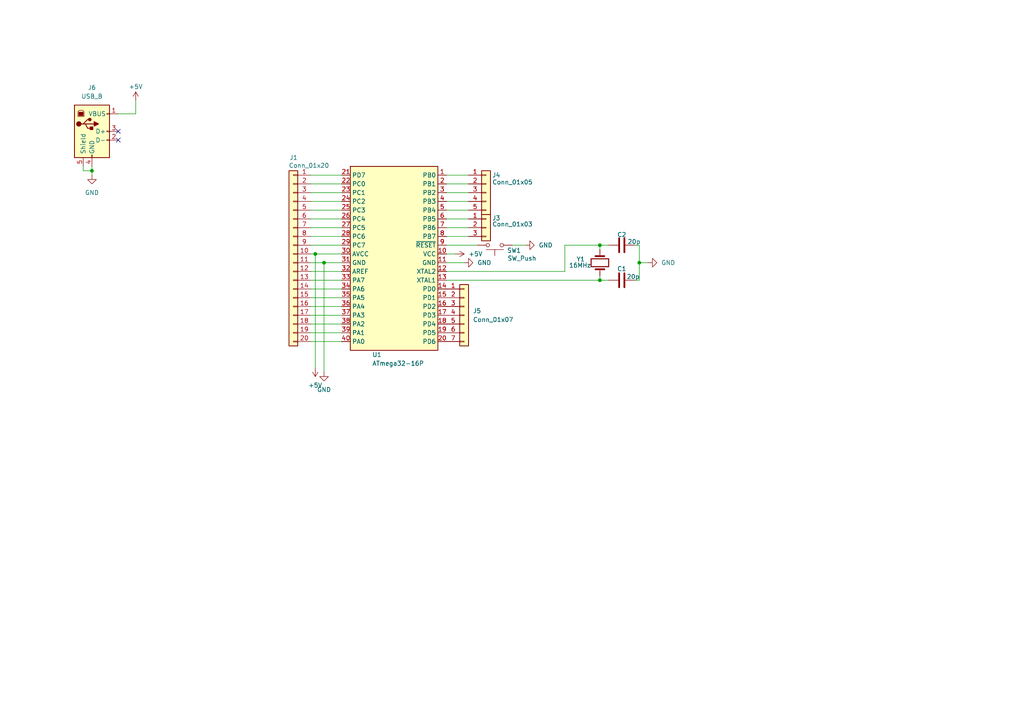
<source format=kicad_sch>
(kicad_sch (version 20250114) (generator "eeschema") (generator_version "9.0")
  (paper "A4")
  (lib_symbols
    (symbol "Connector:USB_B" (pin_names (offset 1.016))
      (property "Reference" "J" (at -5.08 11.43 0))
      (property "Value" "USB_B" (at -5.08 8.89 0))
      (symbol "USB_B_0_1"
        (rectangle (start -5.08 -7.62) (end 5.08 7.62) (stroke (width 0.254)) (fill (type background)))
        (polyline (pts (xy -4.064 4.318) (xy -2.286 4.318) (xy -2.286 5.715) (xy -2.667 6.096) (xy -3.683 6.096) (xy -4.064 5.715) (xy -4.064 4.318)))
        (rectangle (start -3.81 5.588) (end -2.54 4.572) (fill (type outline)))
        (circle (center -3.81 2.159) (radius 0.635) (stroke (width 0.254)) (fill (type outline)))
        (polyline (pts (xy -3.175 2.159) (xy -2.54 2.159) (xy -1.27 3.429) (xy -0.635 3.429)) (stroke (width 0.254)))
        (polyline (pts (xy -2.54 2.159) (xy -1.905 2.159) (xy -1.27 0.889) (xy 0 0.889)) (stroke (width 0.254)))
        (polyline (pts (xy -1.905 2.159) (xy 0.635 2.159)) (stroke (width 0.254)))
        (circle (center -0.635 3.429) (radius 0.381) (stroke (width 0.254)) (fill (type outline)))
        (rectangle (start -0.127 -7.62) (end 0.127 -6.858))
        (rectangle (start 0.254 1.27) (end -0.508 0.508) (stroke (width 0.254)) (fill (type outline)))
        (polyline (pts (xy 0.635 2.794) (xy 0.635 1.524) (xy 1.905 2.159) (xy 0.635 2.794)) (stroke (width 0.254)) (fill (type outline)))
        (rectangle (start 5.08 4.953) (end 4.318 5.207))
        (rectangle (start 5.08 -0.127) (end 4.318 0.127))
        (rectangle (start 5.08 -2.667) (end 4.318 -2.413))
      )
      (symbol "USB_B_1_1"
        (pin passive line (at -2.54 -10.16 90) (length 2.54) (name "Shield") (number "5"))
        (pin power_out line (at 0 -10.16 90) (length 2.54) (name "GND") (number "4"))
        (pin power_out line (at 7.62 5.08 180) (length 2.54) (name "VBUS") (number "1"))
        (pin bidirectional line (at 7.62 0 180) (length 2.54) (name "D+") (number "3"))
        (pin bidirectional line (at 7.62 -2.54 180) (length 2.54) (name "D-") (number "2"))
      )
    )
    (symbol "Connector_Generic:Conn_01x03" (pin_names (offset 1.016) (hide yes))
      (property "Reference" "J" (at 0 5.08 0))
      (property "Value" "Conn_01x03" (at 0 -5.08 0))
      (symbol "Conn_01x03_1_1"
        (rectangle (start -1.27 3.81) (end 1.27 -3.81) (stroke (width 0.254)) (fill (type background)))
        (rectangle (start -1.27 2.667) (end 0 2.413) (stroke (width 0.1524)))
        (rectangle (start -1.27 0.127) (end 0 -0.127) (stroke (width 0.1524)))
        (rectangle (start -1.27 -2.413) (end 0 -2.667) (stroke (width 0.1524)))
        (pin passive line (at -5.08 2.54 0) (length 3.81) (name "Pin_1") (number "1"))
        (pin passive line (at -5.08 0 0) (length 3.81) (name "Pin_2") (number "2"))
        (pin passive line (at -5.08 -2.54 0) (length 3.81) (name "Pin_3") (number "3"))
      )
    )
    (symbol "Connector_Generic:Conn_01x05" (pin_names (offset 1.016) (hide yes))
      (property "Reference" "J" (at 0 7.62 0))
      (property "Value" "Conn_01x05" (at 0 -7.62 0))
      (symbol "Conn_01x05_1_1"
        (rectangle (start -1.27 6.35) (end 1.27 -6.35) (stroke (width 0.254)) (fill (type background)))
        (rectangle (start -1.27 5.207) (end 0 4.953) (stroke (width 0.1524)))
        (rectangle (start -1.27 2.667) (end 0 2.413) (stroke (width 0.1524)))
        (rectangle (start -1.27 0.127) (end 0 -0.127) (stroke (width 0.1524)))
        (rectangle (start -1.27 -2.413) (end 0 -2.667) (stroke (width 0.1524)))
        (rectangle (start -1.27 -4.953) (end 0 -5.207) (stroke (width 0.1524)))
        (pin passive line (at -5.08 5.08 0) (length 3.81) (name "Pin_1") (number "1"))
        (pin passive line (at -5.08 2.54 0) (length 3.81) (name "Pin_2") (number "2"))
        (pin passive line (at -5.08 0 0) (length 3.81) (name "Pin_3") (number "3"))
        (pin passive line (at -5.08 -2.54 0) (length 3.81) (name "Pin_4") (number "4"))
        (pin passive line (at -5.08 -5.08 0) (length 3.81) (name "Pin_5") (number "5"))
      )
    )
    (symbol "Connector_Generic:Conn_01x07" (pin_names (offset 1.016) (hide yes))
      (property "Reference" "J" (at 0 10.16 0))
      (property "Value" "Conn_01x07" (at 0 -10.16 0))
      (symbol "Conn_01x07_1_1"
        (rectangle (start -1.27 8.89) (end 1.27 -8.89) (stroke (width 0.254)) (fill (type background)))
        (rectangle (start -1.27 7.747) (end 0 7.493) (stroke (width 0.1524)))
        (rectangle (start -1.27 5.207) (end 0 4.953) (stroke (width 0.1524)))
        (rectangle (start -1.27 2.667) (end 0 2.413) (stroke (width 0.1524)))
        (rectangle (start -1.27 0.127) (end 0 -0.127) (stroke (width 0.1524)))
        (rectangle (start -1.27 -2.413) (end 0 -2.667) (stroke (width 0.1524)))
        (rectangle (start -1.27 -4.953) (end 0 -5.207) (stroke (width 0.1524)))
        (rectangle (start -1.27 -7.493) (end 0 -7.747) (stroke (width 0.1524)))
        (pin passive line (at -5.08 7.62 0) (length 3.81) (name "Pin_1") (number "1"))
        (pin passive line (at -5.08 5.08 0) (length 3.81) (name "Pin_2") (number "2"))
        (pin passive line (at -5.08 2.54 0) (length 3.81) (name "Pin_3") (number "3"))
        (pin passive line (at -5.08 0 0) (length 3.81) (name "Pin_4") (number "4"))
        (pin passive line (at -5.08 -2.54 0) (length 3.81) (name "Pin_5") (number "5"))
        (pin passive line (at -5.08 -5.08 0) (length 3.81) (name "Pin_6") (number "6"))
        (pin passive line (at -5.08 -7.62 0) (length 3.81) (name "Pin_7") (number "7"))
      )
    )
    (symbol "Connector_Generic:Conn_01x20" (pin_names (offset 1.016) (hide yes))
      (property "Reference" "J" (at 0 25.4 0))
      (property "Value" "Conn_01x20" (at 0 -27.94 0))
      (symbol "Conn_01x20_1_1"
        (rectangle (start -1.27 24.13) (end 1.27 -26.67) (stroke (width 0.254)) (fill (type background)))
        (rectangle (start -1.27 22.987) (end 0 22.733) (stroke (width 0.1524)))
        (rectangle (start -1.27 20.447) (end 0 20.193) (stroke (width 0.1524)))
        (rectangle (start -1.27 17.907) (end 0 17.653) (stroke (width 0.1524)))
        (rectangle (start -1.27 15.367) (end 0 15.113) (stroke (width 0.1524)))
        (rectangle (start -1.27 12.827) (end 0 12.573) (stroke (width 0.1524)))
        (rectangle (start -1.27 10.287) (end 0 10.033) (stroke (width 0.1524)))
        (rectangle (start -1.27 7.747) (end 0 7.493) (stroke (width 0.1524)))
        (rectangle (start -1.27 5.207) (end 0 4.953) (stroke (width 0.1524)))
        (rectangle (start -1.27 2.667) (end 0 2.413) (stroke (width 0.1524)))
        (rectangle (start -1.27 0.127) (end 0 -0.127) (stroke (width 0.1524)))
        (rectangle (start -1.27 -2.413) (end 0 -2.667) (stroke (width 0.1524)))
        (rectangle (start -1.27 -4.953) (end 0 -5.207) (stroke (width 0.1524)))
        (rectangle (start -1.27 -7.493) (end 0 -7.747) (stroke (width 0.1524)))
        (rectangle (start -1.27 -10.033) (end 0 -10.287) (stroke (width 0.1524)))
        (rectangle (start -1.27 -12.573) (end 0 -12.827) (stroke (width 0.1524)))
        (rectangle (start -1.27 -15.113) (end 0 -15.367) (stroke (width 0.1524)))
        (rectangle (start -1.27 -17.653) (end 0 -17.907) (stroke (width 0.1524)))
        (rectangle (start -1.27 -20.193) (end 0 -20.447) (stroke (width 0.1524)))
        (rectangle (start -1.27 -22.733) (end 0 -22.987) (stroke (width 0.1524)))
        (rectangle (start -1.27 -25.273) (end 0 -25.527) (stroke (width 0.1524)))
        (pin passive line (at -5.08 22.86 0) (length 3.81) (name "Pin_1") (number "1"))
        (pin passive line (at -5.08 20.32 0) (length 3.81) (name "Pin_2") (number "2"))
        (pin passive line (at -5.08 17.78 0) (length 3.81) (name "Pin_3") (number "3"))
        (pin passive line (at -5.08 15.24 0) (length 3.81) (name "Pin_4") (number "4"))
        (pin passive line (at -5.08 12.7 0) (length 3.81) (name "Pin_5") (number "5"))
        (pin passive line (at -5.08 10.16 0) (length 3.81) (name "Pin_6") (number "6"))
        (pin passive line (at -5.08 7.62 0) (length 3.81) (name "Pin_7") (number "7"))
        (pin passive line (at -5.08 5.08 0) (length 3.81) (name "Pin_8") (number "8"))
        (pin passive line (at -5.08 2.54 0) (length 3.81) (name "Pin_9") (number "9"))
        (pin passive line (at -5.08 0 0) (length 3.81) (name "Pin_10") (number "10"))
        (pin passive line (at -5.08 -2.54 0) (length 3.81) (name "Pin_11") (number "11"))
        (pin passive line (at -5.08 -5.08 0) (length 3.81) (name "Pin_12") (number "12"))
        (pin passive line (at -5.08 -7.62 0) (length 3.81) (name "Pin_13") (number "13"))
        (pin passive line (at -5.08 -10.16 0) (length 3.81) (name "Pin_14") (number "14"))
        (pin passive line (at -5.08 -12.7 0) (length 3.81) (name "Pin_15") (number "15"))
        (pin passive line (at -5.08 -15.24 0) (length 3.81) (name "Pin_16") (number "16"))
        (pin passive line (at -5.08 -17.78 0) (length 3.81) (name "Pin_17") (number "17"))
        (pin passive line (at -5.08 -20.32 0) (length 3.81) (name "Pin_18") (number "18"))
        (pin passive line (at -5.08 -22.86 0) (length 3.81) (name "Pin_19") (number "19"))
        (pin passive line (at -5.08 -25.4 0) (length 3.81) (name "Pin_20") (number "20"))
      )
    )
    (symbol "Device:C" (pin_numbers (hide yes)) (pin_names (offset 0.254))
      (property "Reference" "C" (at 0.635 2.54 0))
      (property "Value" "C" (at 0.635 -2.54 0))
      (symbol "C_0_1"
        (polyline (pts (xy -2.032 0.762) (xy 2.032 0.762)) (stroke (width 0.508)))
        (polyline (pts (xy -2.032 -0.762) (xy 2.032 -0.762)) (stroke (width 0.508)))
      )
      (symbol "C_1_1"
        (pin passive line (at 0 3.81 270) (length 2.794) (name "~") (number "1"))
        (pin passive line (at 0 -3.81 90) (length 2.794) (name "~") (number "2"))
      )
    )
    (symbol "Device:Crystal" (pin_numbers (hide yes)) (pin_names (offset 1.016) (hide yes))
      (property "Reference" "Y" (at 0 3.81 0))
      (property "Value" "Crystal" (at 0 -3.81 0))
      (symbol "Crystal_0_1"
        (polyline (pts (xy -2.54 0) (xy -1.905 0)))
        (polyline (pts (xy -1.905 -1.27) (xy -1.905 1.27)) (stroke (width 0.508)))
        (rectangle (start -1.143 2.54) (end 1.143 -2.54) (stroke (width 0.3048)))
        (polyline (pts (xy 1.905 -1.27) (xy 1.905 1.27)) (stroke (width 0.508)))
        (polyline (pts (xy 2.54 0) (xy 1.905 0)))
      )
      (symbol "Crystal_1_1"
        (pin passive line (at -3.81 0 0) (length 1.27) (name "1") (number "1"))
        (pin passive line (at 3.81 0 180) (length 1.27) (name "2") (number "2"))
      )
    )
    (symbol "MCU_Microchip_ATmega:ATmega32-16P"
      (property "Reference" "U1" (at -6.35 -6.35 0))
      (property "Value" "ATmega32-16P" (at -6.35 -8.89 0))
      (symbol "ATmega32-16P_0_1"
        (rectangle (start -12.7 48.26) (end 12.7 -5.08) (stroke (width 0.254)) (fill (type background)))
      )
      (symbol "ATmega32-16P_1_1"
        (pin bidirectional line (at -15.24 45.72 0) (length 2.54) (name "PD7") (number "21"))
        (pin bidirectional line (at -15.24 43.18 0) (length 2.54) (name "PC0") (number "22"))
        (pin bidirectional line (at -15.24 40.64 0) (length 2.54) (name "PC1") (number "23"))
        (pin bidirectional line (at -15.24 38.1 0) (length 2.54) (name "PC2") (number "24"))
        (pin bidirectional line (at -15.24 35.56 0) (length 2.54) (name "PC3") (number "25"))
        (pin bidirectional line (at -15.24 33.02 0) (length 2.54) (name "PC4") (number "26"))
        (pin bidirectional line (at -15.24 30.48 0) (length 2.54) (name "PC5") (number "27"))
        (pin bidirectional line (at -15.24 27.94 0) (length 2.54) (name "PC6") (number "28"))
        (pin bidirectional line (at -15.24 25.4 0) (length 2.54) (name "PC7") (number "29"))
        (pin power_in line (at -15.24 22.86 0) (length 2.54) (name "AVCC") (number "30"))
        (pin passive line (at -15.24 20.32 0) (length 2.54) (name "GND") (number "31"))
        (pin passive line (at -15.24 17.78 0) (length 2.54) (name "AREF") (number "32"))
        (pin bidirectional line (at -15.24 15.24 0) (length 2.54) (name "PA7") (number "33"))
        (pin bidirectional line (at -15.24 12.7 0) (length 2.54) (name "PA6") (number "34"))
        (pin bidirectional line (at -15.24 10.16 0) (length 2.54) (name "PA5") (number "35"))
        (pin bidirectional line (at -15.24 7.62 0) (length 2.54) (name "PA4") (number "36"))
        (pin bidirectional line (at -15.24 5.08 0) (length 2.54) (name "PA3") (number "37"))
        (pin bidirectional line (at -15.24 2.54 0) (length 2.54) (name "PA2") (number "38"))
        (pin bidirectional line (at -15.24 0 0) (length 2.54) (name "PA1") (number "39"))
        (pin bidirectional line (at -15.24 -2.54 0) (length 2.54) (name "PA0") (number "40"))
        (pin bidirectional line (at 15.24 45.72 180) (length 2.54) (name "PB0") (number "1"))
        (pin bidirectional line (at 15.24 43.18 180) (length 2.54) (name "PB1") (number "2"))
        (pin bidirectional line (at 15.24 40.64 180) (length 2.54) (name "PB2") (number "3"))
        (pin bidirectional line (at 15.24 38.1 180) (length 2.54) (name "PB3") (number "4"))
        (pin bidirectional line (at 15.24 35.56 180) (length 2.54) (name "PB4") (number "5"))
        (pin bidirectional line (at 15.24 33.02 180) (length 2.54) (name "PB5") (number "6"))
        (pin bidirectional line (at 15.24 30.48 180) (length 2.54) (name "PB6") (number "7"))
        (pin bidirectional line (at 15.24 27.94 180) (length 2.54) (name "PB7") (number "8"))
        (pin input line (at 15.24 25.4 180) (length 2.54) (name "~{RESET}") (number "9"))
        (pin power_in line (at 15.24 22.86 180) (length 2.54) (name "VCC") (number "10"))
        (pin power_in line (at 15.24 20.32 180) (length 2.54) (name "GND") (number "11"))
        (pin output line (at 15.24 17.78 180) (length 2.54) (name "XTAL2") (number "12"))
        (pin input line (at 15.24 15.24 180) (length 2.54) (name "XTAL1") (number "13"))
        (pin bidirectional line (at 15.24 12.7 180) (length 2.54) (name "PD0") (number "14"))
        (pin bidirectional line (at 15.24 10.16 180) (length 2.54) (name "PD1") (number "15"))
        (pin bidirectional line (at 15.24 7.62 180) (length 2.54) (name "PD2") (number "16"))
        (pin bidirectional line (at 15.24 5.08 180) (length 2.54) (name "PD3") (number "17"))
        (pin bidirectional line (at 15.24 2.54 180) (length 2.54) (name "PD4") (number "18"))
        (pin bidirectional line (at 15.24 0 180) (length 2.54) (name "PD5") (number "19"))
        (pin bidirectional line (at 15.24 -2.54 180) (length 2.54) (name "PD6") (number "20"))
      )
    )
    (symbol "Switch:SW_Push" (pin_numbers (hide yes)) (pin_names (offset 1.016) (hide yes))
      (property "Reference" "SW" (at 1.27 2.54 0))
      (property "Value" "SW_Push" (at 0 -1.524 0))
      (symbol "SW_Push_0_1"
        (circle (center -2.032 0) (radius 0.508))
        (polyline (pts (xy 0 1.27) (xy 0 3.048)))
        (circle (center 2.032 0) (radius 0.508))
        (polyline (pts (xy 2.54 1.27) (xy -2.54 1.27)))
        (pin passive line (at -5.08 0 0) (length 2.54) (name "1") (number "1"))
        (pin passive line (at 5.08 0 180) (length 2.54) (name "2") (number "2"))
      )
    )
    (symbol "power:+5V" (power) (pin_names (offset 0))
      (property "Value" "+5V" (at 0 3.556 0))
      (symbol "+5V_0_1"
        (polyline (pts (xy -0.762 1.27) (xy 0 2.54)))
        (polyline (pts (xy 0 2.54) (xy 0.762 1.27)))
        (polyline (pts (xy 0 0) (xy 0 2.54)))
      )
      (symbol "+5V_1_1"
        (pin power_in line (at 0 0 90) (length 0) (hide yes) (name "+5V") (number "1"))
      )
    )
    (symbol "power:GND" (power) (pin_names (offset 0))
      (property "Value" "GND" (at 0 -3.81 0))
      (symbol "GND_0_1"
        (polyline (pts (xy 0 0) (xy 0 -1.27) (xy 1.27 -1.27) (xy 0 -2.54) (xy -1.27 -1.27) (xy 0 -1.27)))
      )
      (symbol "GND_1_1"
        (pin power_in line (at 0 0 270) (length 0) (hide yes) (name "GND") (number "1"))
      )
    )
  )
  (junction (at 173.99 71.12))
  (junction (at 185.42 76.2))
  (junction (at 91.44 73.66))
  (junction (at 173.99 81.28))
  (junction (at 93.98 76.2))
  (junction (at 26.67 49.53))
  (no_connect (at 34.29 38.1))
  (no_connect (at 34.29 40.64))
  (wire (pts (xy 135.89 55.88) (xy 129.54 55.88)))
  (wire (pts (xy 26.67 49.53) (xy 26.67 50.8)))
  (wire (pts (xy 90.17 50.8) (xy 99.06 50.8)))
  (wire (pts (xy 129.54 71.12) (xy 138.43 71.12)))
  (wire (pts (xy 93.98 107.95) (xy 93.98 76.2)))
  (wire (pts (xy 135.89 53.34) (xy 129.54 53.34)))
  (wire (pts (xy 91.44 73.66) (xy 99.06 73.66)))
  (wire (pts (xy 152.4 71.12) (xy 148.59 71.12)))
  (wire (pts (xy 26.67 48.26) (xy 26.67 49.53)))
  (wire (pts (xy 90.17 78.74) (xy 99.06 78.74)))
  (wire (pts (xy 129.54 76.2) (xy 134.62 76.2)))
  (wire (pts (xy 187.96 76.2) (xy 185.42 76.2)))
  (wire (pts (xy 90.17 66.04) (xy 99.06 66.04)))
  (wire (pts (xy 185.42 76.2) (xy 185.42 81.28)))
  (wire (pts (xy 90.17 73.66) (xy 91.44 73.66)))
  (wire (pts (xy 90.17 63.5) (xy 99.06 63.5)))
  (wire (pts (xy 129.54 63.5) (xy 135.89 63.5)))
  (wire (pts (xy 39.37 29.21) (xy 39.37 33.02)))
  (wire (pts (xy 135.89 60.96) (xy 129.54 60.96)))
  (wire (pts (xy 90.17 81.28) (xy 99.06 81.28)))
  (wire (pts (xy 90.17 76.2) (xy 93.98 76.2)))
  (wire (pts (xy 39.37 33.02) (xy 34.29 33.02)))
  (wire (pts (xy 90.17 96.52) (xy 99.06 96.52)))
  (wire (pts (xy 173.99 71.12) (xy 163.83 71.12)))
  (wire (pts (xy 90.17 88.9) (xy 99.06 88.9)))
  (wire (pts (xy 129.54 66.04) (xy 135.89 66.04)))
  (wire (pts (xy 90.17 99.06) (xy 99.06 99.06)))
  (wire (pts (xy 24.13 48.26) (xy 24.13 49.53)))
  (wire (pts (xy 185.42 76.2) (xy 185.42 71.12)))
  (wire (pts (xy 90.17 83.82) (xy 99.06 83.82)))
  (wire (pts (xy 91.44 106.68) (xy 91.44 73.66)))
  (wire (pts (xy 129.54 73.66) (xy 132.08 73.66)))
  (wire (pts (xy 90.17 68.58) (xy 99.06 68.58)))
  (wire (pts (xy 90.17 71.12) (xy 99.06 71.12)))
  (wire (pts (xy 184.15 81.28) (xy 185.42 81.28)))
  (wire (pts (xy 176.53 81.28) (xy 173.99 81.28)))
  (wire (pts (xy 129.54 68.58) (xy 135.89 68.58)))
  (wire (pts (xy 129.54 78.74) (xy 163.83 78.74)))
  (wire (pts (xy 90.17 93.98) (xy 99.06 93.98)))
  (wire (pts (xy 135.89 58.42) (xy 129.54 58.42)))
  (wire (pts (xy 173.99 71.12) (xy 173.99 72.39)))
  (wire (pts (xy 90.17 60.96) (xy 99.06 60.96)))
  (wire (pts (xy 90.17 86.36) (xy 99.06 86.36)))
  (wire (pts (xy 93.98 76.2) (xy 99.06 76.2)))
  (wire (pts (xy 135.89 50.8) (xy 129.54 50.8)))
  (wire (pts (xy 163.83 78.74) (xy 163.83 71.12)))
  (wire (pts (xy 24.13 49.53) (xy 26.67 49.53)))
  (wire (pts (xy 173.99 80.01) (xy 173.99 81.28)))
  (wire (pts (xy 90.17 58.42) (xy 99.06 58.42)))
  (wire (pts (xy 90.17 91.44) (xy 99.06 91.44)))
  (wire (pts (xy 90.17 53.34) (xy 99.06 53.34)))
  (wire (pts (xy 185.42 71.12) (xy 184.15 71.12)))
  (wire (pts (xy 129.54 81.28) (xy 173.99 81.28)))
  (wire (pts (xy 173.99 71.12) (xy 176.53 71.12)))
  (wire (pts (xy 90.17 55.88) (xy 99.06 55.88)))
  (symbol (lib_id "MCU_Microchip_ATmega:ATmega32-16P") (at 114.3 96.52 0) (unit 1)
    (property "Reference" "U1" (at 107.95 102.87 0) (effects (justify left)))
    (property "Value" "ATmega32-16P" (at 107.95 105.41 0) (effects (justify left)))
    (property "Footprint" "Package_DIP:DIP-40_W15.24mm" (effects (hide yes)))
    (property "Datasheet" "http://ww1.microchip.com/downloads/en/DeviceDoc/doc2503.pdf" (effects (hide yes)))
  )
  (symbol (lib_id "Connector_Generic:Conn_01x03") (at 140.97 66.04 0) (unit 1)
    (property "Reference" "J3" (at 142.748 63.246 0) (effects (justify left)))
    (property "Value" "Conn_01x03" (at 142.748 65.024 0) (effects (justify left)))
    (property "Footprint" "Connector_PinHeader_2.54mm:PinHeader_1x03_P2.54mm_Vertical" (effects (hide yes)))
    (property "Description" "Generic connector, single row, 01x03, script generated (kicad-library-utils/schlib/autogen/connector/)" (effects (hide yes)))
  )
  (symbol (lib_id "Connector_Generic:Conn_01x20") (at 85.09 73.66 0) (mirror y) (unit 1)
    (property "Reference" "J1" (at 86.36 45.72 0) (effects (justify left)))
    (property "Value" "Conn_01x20" (at 95.504 48.006 0) (effects (justify left)))
    (property "Footprint" "Connector_PinHeader_2.54mm:PinHeader_1x20_P2.54mm_Vertical" (effects (hide yes)))
  )
  (symbol (lib_id "power:GND") (at 187.96 76.2 90) (unit 1)
    (property "Reference" "#PWR05" (effects (hide yes)))
    (property "Value" "GND" (at 191.77 76.1999 90) (effects (justify right)))
  )
  (symbol (lib_id "power:GND") (at 152.4 71.12 90) (unit 1)
    (property "Reference" "#PWR08" (effects (hide yes)))
    (property "Value" "GND" (at 156.21 71.12 90) (effects (justify right)))
  )
  (symbol (lib_id "Device:Crystal") (at 173.99 76.2 270) (unit 1)
    (property "Reference" "Y1" (at 169.672 75.184 90) (effects (justify right)))
    (property "Value" "16MHz" (at 171.45 76.962 90) (effects (justify right)))
    (property "Footprint" "Crystal:Crystal_HC49-U_Vertical" (effects (hide yes)))
  )
  (symbol (lib_id "power:+5V") (at 132.08 73.66 270) (unit 1)
    (property "Reference" "#PWR06" (effects (hide yes)))
    (property "Value" "+5V" (at 135.89 73.66 90) (effects (justify left)))
  )
  (symbol (lib_id "Device:C") (at 180.34 71.12 270) (unit 1)
    (property "Reference" "C2" (at 180.34 68.072 90))
    (property "Value" "20p" (at 183.896 70.104 90))
    (property "Footprint" "Capacitor_THT:C_Axial_L3.8mm_D2.6mm_P7.50mm_Horizontal" (effects (hide yes)))
  )
  (symbol (lib_id "Switch:SW_Push") (at 143.51 71.12 180) (unit 1)
    (property "Reference" "SW1" (at 149.098 72.644 0))
    (property "Value" "SW_Push" (at 151.384 74.93 0))
    (property "Footprint" "Button_Switch_SMD:SW_DIP_SPSTx01_Slide_6.7x4.1mm_W8.61mm_P2.54mm_LowProfile" (effects (hide yes)))
  )
  (symbol (lib_id "power:+5V") (at 39.37 29.21 0) (unit 1)
    (property "Reference" "#PWR09" (effects (hide yes)))
    (property "Value" "+5V" (at 39.37 25.146 0))
  )
  (symbol (lib_id "Connector_Generic:Conn_01x07") (at 134.62 91.44 0) (unit 1)
    (property "Reference" "J5" (at 137.16 90.17 0) (effects (justify left)))
    (property "Value" "Conn_01x07" (at 137.16 92.71 0) (effects (justify left)))
    (property "Footprint" "Connector_PinHeader_2.54mm:PinHeader_1x07_P2.54mm_Vertical" (effects (hide yes)))
  )
  (symbol (lib_id "power:GND") (at 26.67 50.8 0) (unit 1)
    (property "Reference" "#PWR010" (effects (hide yes)))
    (property "Value" "GND" (at 26.67 55.88 0))
  )
  (symbol (lib_id "power:GND") (at 93.98 107.95 0) (unit 1)
    (property "Reference" "#PWR04" (effects (hide yes)))
    (property "Value" "GND" (at 93.98 113.03 0))
  )
  (symbol (lib_id "Connector_Generic:Conn_01x05") (at 140.97 55.88 0) (unit 1)
    (property "Reference" "J4" (at 142.748 50.8 0) (effects (justify left)))
    (property "Value" "Conn_01x05" (at 142.748 52.832 0) (effects (justify left)))
    (property "Footprint" "Connector_PinHeader_2.54mm:PinHeader_1x05_P2.54mm_Vertical" (effects (hide yes)))
  )
  (symbol (lib_id "Device:C") (at 180.34 81.28 270) (unit 1)
    (property "Reference" "C1" (at 180.34 77.978 90))
    (property "Value" "20p" (at 183.642 80.264 90))
    (property "Footprint" "Capacitor_THT:C_Axial_L3.8mm_D2.6mm_P7.50mm_Horizontal" (effects (hide yes)))
  )
  (symbol (lib_id "power:GND") (at 134.62 76.2 90) (unit 1)
    (property "Reference" "#PWR03" (effects (hide yes)))
    (property "Value" "GND" (at 138.43 76.2 90) (effects (justify right)))
  )
  (symbol (lib_id "power:+5V") (at 91.44 106.68 180) (unit 1)
    (property "Reference" "#PWR07" (effects (hide yes)))
    (property "Value" "+5V" (at 91.44 111.76 0))
  )
  (symbol (lib_id "Connector:USB_B") (at 26.67 38.1 0) (unit 1)
    (property "Reference" "J6" (at 26.67 25.4 0))
    (property "Value" "USB_B" (at 26.67 27.94 0))
    (property "Footprint" "Connector_USB:USB_B_OST_USB-B1HSxx_Horizontal" (effects (hide yes)))
    (property "Datasheet" " ~" (effects (hide yes)))
  )
)
</source>
